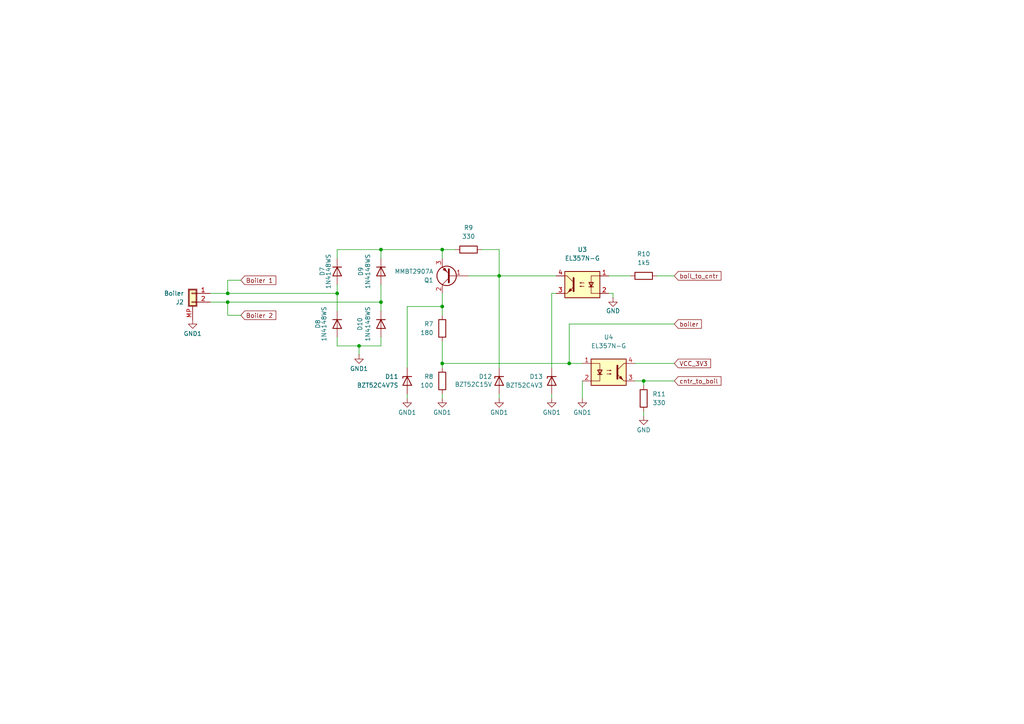
<source format=kicad_sch>
(kicad_sch (version 20231120) (generator "eeschema") (generator_version "8.0")
  (paper "A4")
  (lib_symbols
    (symbol "Connector_Generic_Shielded:Conn_01x02_Shielded" (pin_names (offset 1.016) hide)
      (property "Reference" "J2" (at 2.54 -2.5401 0))
      (property "Value" "Boiler" (at 2.54 -0.0001 0))
      (symbol "Conn_01x02_Shielded_1_1"
        (rectangle (start -1.27 1.27) (end 1.27 -3.81) (stroke (width 0.1524)))
        (rectangle (start -1.016 -2.413) (end 0.254 -2.667) (stroke (width 0.1524)))
        (rectangle (start -1.016 0.127) (end 0.254 -0.127) (stroke (width 0.1524)))
        (rectangle (start -1.016 1.016) (end 1.016 -3.556) (stroke (width 0.254)) (fill (type background)))
        (pin passive line (at -5.08 0 0) (length 4.064) (name "Pin_1") (number "1"))
        (pin passive line (at -5.08 -2.54 0) (length 4.064) (name "Pin_2") (number "2"))
        (pin passive line (at 0 -7.62 90) (length 3.81) (name "Shield") (number "MP"))
      )
    )
    (symbol "D_1" (pin_numbers hide) (pin_names (offset 1.016) hide)
      (property "Reference" "D" (at 0 2.54 0))
      (property "Value" "D" (at 0 -2.54 0))
      (symbol "D_1_0_1"
        (polyline (pts (xy -1.27 1.27) (xy -1.27 -1.27)) (stroke (width 0.254)))
        (polyline (pts (xy 1.27 0) (xy -1.27 0)))
        (polyline (pts (xy 1.27 1.27) (xy 1.27 -1.27) (xy -1.27 0) (xy 1.27 1.27)) (stroke (width 0.254)))
      )
      (symbol "D_1_1_1"
        (pin passive line (at -3.81 0 0) (length 2.54) (name "K") (number "1"))
        (pin passive line (at 3.81 0 180) (length 2.54) (name "A") (number "2"))
      )
    )
    (symbol "D_2" (pin_numbers hide) (pin_names (offset 1.016) hide)
      (property "Reference" "D" (at 0 2.54 0))
      (property "Value" "D" (at 0 -2.54 0))
      (symbol "D_2_0_1"
        (polyline (pts (xy -1.27 1.27) (xy -1.27 -1.27)) (stroke (width 0.254)))
        (polyline (pts (xy 1.27 0) (xy -1.27 0)))
        (polyline (pts (xy 1.27 1.27) (xy 1.27 -1.27) (xy -1.27 0) (xy 1.27 1.27)) (stroke (width 0.254)))
      )
      (symbol "D_2_1_1"
        (pin passive line (at -3.81 0 0) (length 2.54) (name "K") (number "1"))
        (pin passive line (at 3.81 0 180) (length 2.54) (name "A") (number "2"))
      )
    )
    (symbol "D_3" (pin_numbers hide) (pin_names (offset 1.016) hide)
      (property "Reference" "D" (at 0 2.54 0))
      (property "Value" "D" (at 0 -2.54 0))
      (symbol "D_3_0_1"
        (polyline (pts (xy -1.27 1.27) (xy -1.27 -1.27)) (stroke (width 0.254)))
        (polyline (pts (xy 1.27 0) (xy -1.27 0)))
        (polyline (pts (xy 1.27 1.27) (xy 1.27 -1.27) (xy -1.27 0) (xy 1.27 1.27)) (stroke (width 0.254)))
      )
      (symbol "D_3_1_1"
        (pin passive line (at -3.81 0 0) (length 2.54) (name "K") (number "1"))
        (pin passive line (at 3.81 0 180) (length 2.54) (name "A") (number "2"))
      )
    )
    (symbol "D_Zener_1" (pin_numbers hide) (pin_names (offset 1.016) hide)
      (property "Reference" "D" (at 0 2.54 0))
      (property "Value" "D_Zener" (at 0 -2.54 0))
      (symbol "D_Zener_1_0_1"
        (polyline (pts (xy 1.27 0) (xy -1.27 0)))
        (polyline (pts (xy -1.27 -1.27) (xy -1.27 1.27) (xy -0.762 1.27)) (stroke (width 0.254)))
        (polyline (pts (xy 1.27 -1.27) (xy 1.27 1.27) (xy -1.27 0) (xy 1.27 -1.27)) (stroke (width 0.254)))
      )
      (symbol "D_Zener_1_1_1"
        (pin passive line (at -3.81 0 0) (length 2.54) (name "K") (number "1"))
        (pin passive line (at 3.81 0 180) (length 2.54) (name "A") (number "2"))
      )
    )
    (symbol "D_Zener_2" (pin_numbers hide) (pin_names (offset 1.016) hide)
      (property "Reference" "D" (at 0 2.54 0))
      (property "Value" "D_Zener" (at 0 -2.54 0))
      (symbol "D_Zener_2_0_1"
        (polyline (pts (xy 1.27 0) (xy -1.27 0)))
        (polyline (pts (xy -1.27 -1.27) (xy -1.27 1.27) (xy -0.762 1.27)) (stroke (width 0.254)))
        (polyline (pts (xy 1.27 -1.27) (xy 1.27 1.27) (xy -1.27 0) (xy 1.27 -1.27)) (stroke (width 0.254)))
      )
      (symbol "D_Zener_2_1_1"
        (pin passive line (at -3.81 0 0) (length 2.54) (name "K") (number "1"))
        (pin passive line (at 3.81 0 180) (length 2.54) (name "A") (number "2"))
      )
    )
    (symbol "Device:D_Zener" (pin_numbers hide) (pin_names (offset 1.016) hide)
      (property "Reference" "D" (at 0 2.54 0))
      (property "Value" "D_Zener" (at 0 -2.54 0))
      (symbol "D_Zener_0_1"
        (polyline (pts (xy 1.27 0) (xy -1.27 0)))
        (polyline (pts (xy -1.27 -1.27) (xy -1.27 1.27) (xy -0.762 1.27)) (stroke (width 0.254)))
        (polyline (pts (xy 1.27 -1.27) (xy 1.27 1.27) (xy -1.27 0) (xy 1.27 -1.27)) (stroke (width 0.254)))
      )
      (symbol "D_Zener_1_1"
        (pin passive line (at -3.81 0 0) (length 2.54) (name "K") (number "1"))
        (pin passive line (at 3.81 0 180) (length 2.54) (name "A") (number "2"))
      )
    )
    (symbol "Device:Q_PNP_BCE" (pin_names (offset 0) hide)
      (property "Reference" "Q" (at 5.08 1.27 0))
      (property "Value" "Q_PNP_BCE" (at 5.08 -1.27 0))
      (symbol "Q_PNP_BCE_0_1"
        (polyline (pts (xy 0.635 0.635) (xy 2.54 2.54)))
        (polyline (pts (xy 0.635 -0.635) (xy 2.54 -2.54) (xy 2.54 -2.54)))
        (polyline (pts (xy 0.635 1.905) (xy 0.635 -1.905) (xy 0.635 -1.905)) (stroke (width 0.508)))
        (polyline (pts (xy 2.286 -1.778) (xy 1.778 -2.286) (xy 1.27 -1.27) (xy 2.286 -1.778) (xy 2.286 -1.778)) (fill (type outline)))
        (circle (center 1.27 0) (radius 2.8194) (stroke (width 0.254)))
      )
      (symbol "Q_PNP_BCE_1_1"
        (pin input line (at -5.08 0 0) (length 5.715) (name "B") (number "1"))
        (pin passive line (at 2.54 5.08 270) (length 2.54) (name "C") (number "2"))
        (pin passive line (at 2.54 -5.08 90) (length 2.54) (name "E") (number "3"))
      )
    )
    (symbol "Device:R" (pin_numbers hide) (pin_names (offset 0))
      (property "Reference" "R" (at 2.032 0 90))
      (property "Value" "R" (at 0 0 90))
      (symbol "R_0_1"
        (rectangle (start -1.016 -2.54) (end 1.016 2.54) (stroke (width 0.254)))
      )
      (symbol "R_1_1"
        (pin passive line (at 0 3.81 270) (length 1.27) (name "~") (number "1"))
        (pin passive line (at 0 -3.81 90) (length 1.27) (name "~") (number "2"))
      )
    )
    (symbol "Isolator:LTV-357T" (pin_names (offset 1.016))
      (property "Reference" "U" (at -5.334 4.826 0))
      (property "Value" "LTV-357T" (at 0 5.08 0))
      (symbol "LTV-357T_0_1"
        (rectangle (start -5.08 3.81) (end 5.08 -3.81) (stroke (width 0.254)) (fill (type background)))
        (polyline (pts (xy -3.175 -0.635) (xy -1.905 -0.635)) (stroke (width 0.254)))
        (polyline (pts (xy 2.54 0.635) (xy 4.445 2.54)))
        (polyline (pts (xy 4.445 -2.54) (xy 2.54 -0.635)) (fill (type outline)))
        (polyline (pts (xy 4.445 -2.54) (xy 5.08 -2.54)))
        (polyline (pts (xy 4.445 2.54) (xy 5.08 2.54)))
        (polyline (pts (xy -5.08 2.54) (xy -2.54 2.54) (xy -2.54 -0.762)))
        (polyline (pts (xy -2.54 -0.635) (xy -2.54 -2.54) (xy -5.08 -2.54)))
        (polyline (pts (xy 2.54 1.905) (xy 2.54 -1.905) (xy 2.54 -1.905)) (stroke (width 0.508)))
        (polyline (pts (xy -2.54 -0.635) (xy -3.175 0.635) (xy -1.905 0.635) (xy -2.54 -0.635)) (stroke (width 0.254)))
        (polyline (pts (xy -0.508 -0.508) (xy 0.762 -0.508) (xy 0.381 -0.635) (xy 0.381 -0.381) (xy 0.762 -0.508)))
        (polyline (pts (xy -0.508 0.508) (xy 0.762 0.508) (xy 0.381 0.381) (xy 0.381 0.635) (xy 0.762 0.508)))
        (polyline (pts (xy 3.048 -1.651) (xy 3.556 -1.143) (xy 4.064 -2.159) (xy 3.048 -1.651) (xy 3.048 -1.651)) (fill (type outline)))
      )
      (symbol "LTV-357T_1_1"
        (pin passive line (at -7.62 2.54 0) (length 2.54) (name "~") (number "1"))
        (pin passive line (at -7.62 -2.54 0) (length 2.54) (name "~") (number "2"))
        (pin passive line (at 7.62 -2.54 180) (length 2.54) (name "~") (number "3"))
        (pin passive line (at 7.62 2.54 180) (length 2.54) (name "~") (number "4"))
      )
    )
    (symbol "LTV-357T_1" (pin_names (offset 1.016))
      (property "Reference" "U3" (at 0 10.16 0))
      (property "Value" "EL357N-G" (at 0 7.62 0))
      (symbol "LTV-357T_1_0_1"
        (rectangle (start -5.08 3.81) (end 5.08 -3.81) (stroke (width 0.254)) (fill (type background)))
        (polyline (pts (xy -3.175 -0.635) (xy -1.905 -0.635)) (stroke (width 0.254)))
        (polyline (pts (xy 2.54 0.635) (xy 4.445 2.54)))
        (polyline (pts (xy 4.445 -2.54) (xy 2.54 -0.635)) (fill (type outline)))
        (polyline (pts (xy 4.445 -2.54) (xy 5.08 -2.54)))
        (polyline (pts (xy 4.445 2.54) (xy 5.08 2.54)))
        (polyline (pts (xy -5.08 2.54) (xy -2.54 2.54) (xy -2.54 -0.762)))
        (polyline (pts (xy -2.54 -0.635) (xy -2.54 -2.54) (xy -5.08 -2.54)))
        (polyline (pts (xy 2.54 1.905) (xy 2.54 -1.905) (xy 2.54 -1.905)) (stroke (width 0.508)))
        (polyline (pts (xy -2.54 -0.635) (xy -3.175 0.635) (xy -1.905 0.635) (xy -2.54 -0.635)) (stroke (width 0.254)))
        (polyline (pts (xy -0.508 -0.508) (xy 0.762 -0.508) (xy 0.381 -0.635) (xy 0.381 -0.381) (xy 0.762 -0.508)))
        (polyline (pts (xy -0.508 0.508) (xy 0.762 0.508) (xy 0.381 0.381) (xy 0.381 0.635) (xy 0.762 0.508)))
        (polyline (pts (xy 3.048 -1.651) (xy 3.556 -1.143) (xy 4.064 -2.159) (xy 3.048 -1.651) (xy 3.048 -1.651)) (fill (type outline)))
      )
      (symbol "LTV-357T_1_1_1"
        (pin passive line (at -7.62 2.54 0) (length 2.54) (name "~") (number "1"))
        (pin passive line (at -7.62 -2.54 0) (length 2.54) (name "~") (number "2"))
        (pin passive line (at 7.62 -2.54 180) (length 2.54) (name "~") (number "3"))
        (pin passive line (at 7.62 2.54 180) (length 2.54) (name "~") (number "4"))
      )
    )
    (symbol "Simulation_SPICE:D" (pin_numbers hide) (pin_names (offset 1.016) hide)
      (property "Reference" "D" (at 0 2.54 0))
      (property "Value" "D" (at 0 -2.54 0))
      (symbol "D_0_1"
        (polyline (pts (xy -1.27 1.27) (xy -1.27 -1.27)) (stroke (width 0.254)))
        (polyline (pts (xy 1.27 0) (xy -1.27 0)))
        (polyline (pts (xy 1.27 1.27) (xy 1.27 -1.27) (xy -1.27 0) (xy 1.27 1.27)) (stroke (width 0.254)))
      )
      (symbol "D_1_1"
        (pin passive line (at -3.81 0 0) (length 2.54) (name "K") (number "1"))
        (pin passive line (at 3.81 0 180) (length 2.54) (name "A") (number "2"))
      )
    )
    (symbol "power:GND" (power) (pin_numbers hide) (pin_names (offset 0) hide)
      (property "Value" "GND" (at 0 -3.81 0))
      (symbol "GND_0_1"
        (polyline (pts (xy 0 0) (xy 0 -1.27) (xy 1.27 -1.27) (xy 0 -2.54) (xy -1.27 -1.27) (xy 0 -1.27)))
      )
      (symbol "GND_1_1"
        (pin power_in line (at 0 0 270) (length 0) (name "~") (number "1"))
      )
    )
    (symbol "power:GND1" (power) (pin_numbers hide) (pin_names (offset 0) hide)
      (property "Value" "GND1" (at 0 -3.81 0))
      (symbol "GND1_0_1"
        (polyline (pts (xy 0 0) (xy 0 -1.27) (xy 1.27 -1.27) (xy 0 -2.54) (xy -1.27 -1.27) (xy 0 -1.27)))
      )
      (symbol "GND1_1_1"
        (pin power_in line (at 0 0 270) (length 0) (name "~") (number "1"))
      )
    )
  )
  (junction (at 128.27 72.39))
  (junction (at 186.69 110.49))
  (junction (at 66.04 85.09))
  (junction (at 104.14 100.33))
  (junction (at 66.04 87.63))
  (junction (at 128.27 105.41))
  (junction (at 128.27 88.9))
  (junction (at 97.79 85.09))
  (junction (at 144.78 80.01))
  (junction (at 110.49 87.63))
  (junction (at 110.49 72.39))
  (junction (at 165.1 105.41))
  (wire (pts (xy 144.78 114.3) (xy 144.78 115.57)))
  (wire (pts (xy 118.11 114.3) (xy 118.11 115.57)))
  (wire (pts (xy 97.79 74.93) (xy 97.79 72.39)))
  (wire (pts (xy 177.8 85.09) (xy 177.8 86.36)))
  (wire (pts (xy 69.85 81.28) (xy 66.04 81.28)))
  (wire (pts (xy 128.27 99.06) (xy 128.27 105.41)))
  (wire (pts (xy 60.96 85.09) (xy 66.04 85.09)))
  (wire (pts (xy 66.04 85.09) (xy 97.79 85.09)))
  (wire (pts (xy 165.1 93.98) (xy 165.1 105.41)))
  (wire (pts (xy 110.49 72.39) (xy 110.49 74.93)))
  (wire (pts (xy 144.78 80.01) (xy 161.29 80.01)))
  (wire (pts (xy 128.27 85.09) (xy 128.27 88.9)))
  (wire (pts (xy 97.79 82.55) (xy 97.79 85.09)))
  (wire (pts (xy 168.91 110.49) (xy 168.91 115.57)))
  (wire (pts (xy 97.79 85.09) (xy 97.79 90.17)))
  (wire (pts (xy 184.15 105.41) (xy 195.58 105.41)))
  (wire (pts (xy 104.14 100.33) (xy 97.79 100.33)))
  (wire (pts (xy 118.11 88.9) (xy 118.11 106.68)))
  (wire (pts (xy 128.27 88.9) (xy 128.27 91.44)))
  (wire (pts (xy 160.02 114.3) (xy 160.02 115.57)))
  (wire (pts (xy 66.04 81.28) (xy 66.04 85.09)))
  (wire (pts (xy 66.04 91.44) (xy 66.04 87.63)))
  (wire (pts (xy 186.69 110.49) (xy 186.69 111.76)))
  (wire (pts (xy 110.49 97.79) (xy 110.49 100.33)))
  (wire (pts (xy 144.78 80.01) (xy 144.78 106.68)))
  (wire (pts (xy 176.53 80.01) (xy 182.88 80.01)))
  (wire (pts (xy 128.27 72.39) (xy 128.27 74.93)))
  (wire (pts (xy 184.15 110.49) (xy 186.69 110.49)))
  (wire (pts (xy 195.58 93.98) (xy 165.1 93.98)))
  (wire (pts (xy 186.69 119.38) (xy 186.69 120.65)))
  (wire (pts (xy 104.14 100.33) (xy 104.14 102.87)))
  (wire (pts (xy 160.02 85.09) (xy 161.29 85.09)))
  (wire (pts (xy 190.5 80.01) (xy 195.58 80.01)))
  (wire (pts (xy 60.96 87.63) (xy 66.04 87.63)))
  (wire (pts (xy 186.69 110.49) (xy 195.58 110.49)))
  (wire (pts (xy 128.27 88.9) (xy 118.11 88.9)))
  (wire (pts (xy 165.1 105.41) (xy 168.91 105.41)))
  (wire (pts (xy 160.02 85.09) (xy 160.02 106.68)))
  (wire (pts (xy 97.79 72.39) (xy 110.49 72.39)))
  (wire (pts (xy 144.78 80.01) (xy 144.78 72.39)))
  (wire (pts (xy 110.49 82.55) (xy 110.49 87.63)))
  (wire (pts (xy 176.53 85.09) (xy 177.8 85.09)))
  (wire (pts (xy 128.27 114.3) (xy 128.27 115.57)))
  (wire (pts (xy 110.49 72.39) (xy 128.27 72.39)))
  (wire (pts (xy 128.27 105.41) (xy 128.27 106.68)))
  (wire (pts (xy 69.85 91.44) (xy 66.04 91.44)))
  (wire (pts (xy 66.04 87.63) (xy 110.49 87.63)))
  (wire (pts (xy 135.89 80.01) (xy 144.78 80.01)))
  (wire (pts (xy 110.49 100.33) (xy 104.14 100.33)))
  (wire (pts (xy 128.27 105.41) (xy 165.1 105.41)))
  (wire (pts (xy 132.08 72.39) (xy 128.27 72.39)))
  (wire (pts (xy 97.79 100.33) (xy 97.79 97.79)))
  (wire (pts (xy 110.49 87.63) (xy 110.49 90.17)))
  (wire (pts (xy 139.7 72.39) (xy 144.78 72.39)))
  (global_label "cntr_to_boil" (shape input) (at 195.58 110.49 0) (property "Intersheetrefs" "${INTERSHEET_REFS}" (effects (hide yes))))
  (global_label "Boiler 2" (shape input) (at 69.85 91.44 0) (property "Intersheetrefs" "${INTERSHEET_REFS}" (effects (hide yes))))
  (global_label "Boiler 1" (shape input) (at 69.85 81.28 0) (property "Intersheetrefs" "${INTERSHEET_REFS}" (effects (hide yes))))
  (global_label "boil_to_cntr" (shape input) (at 195.58 80.01 0) (property "Intersheetrefs" "${INTERSHEET_REFS}" (effects (hide yes))))
  (global_label "VCC_3V3" (shape input) (at 195.58 105.41 0) (property "Intersheetrefs" "${INTERSHEET_REFS}" (effects (hide yes))))
  (global_label "boiler" (shape input) (at 195.58 93.98 0) (property "Intersheetrefs" "${INTERSHEET_REFS}" (effects (hide yes))))
  (symbol (lib_id "power:GND1") (at 144.78 115.57 0) (unit 1)
    (property "Reference" "#PWR022" (effects (hide yes)))
    (property "Value" "GND1" (at 144.78 119.634 0))
    (property "Description" "Power symbol creates a global label with name \"GND1\" , ground" (effects (hide yes)))
  )
  (symbol (lib_name "D_Zener_2") (lib_id "Device:D_Zener") (at 144.78 110.49 90) (mirror x) (unit 1)
    (property "Reference" "D12" (at 142.748 109.22 90) (effects (justify left)))
    (property "Value" "BZT52C15V" (at 142.748 111.506 90) (effects (justify left)))
    (property "Footprint" "Diode_SMD:D_SOD-123" (effects (hide yes)))
    (property "Datasheet" "https://wmsc.lcsc.com/wmsc/upload/file/pdf/v2/lcsc/2308231545_DOWO-BZT52C15V_C5299435.pdf" (effects (hide yes)))
    (property "Description" "Independent Type 13.8V~15.6V 500mW 15V SOD-123  Zener Diodes ROHS" (effects (hide yes)))
    (property "Sim.Device" "D" (effects (hide yes)))
    (property "Sim.Pins" "1=K 2=A" (effects (hide yes)))
    (property "Sim.Params" "bv=15" (effects (hide yes)))
    (property "LCSC Part # " "C5299435" (effects (hide yes)))
  )
  (symbol (lib_id "Device:R") (at 128.27 110.49 0) (mirror y) (unit 1)
    (property "Reference" "R8" (at 125.73 109.2199 0) (effects (justify left)))
    (property "Value" "100" (at 125.73 111.7599 0) (effects (justify left)))
    (property "Footprint" "Resistor_SMD:R_0805_2012Metric" (effects (hide yes)))
    (property "Description" "125mW Thick Film Resistors 150V ±100ppm/℃ ±1% 100Ω 0805 Chip Resistor - Surface Mount ROHS" (effects (hide yes)))
    (property "LCSC Part # " "C17408" (effects (hide yes)))
  )
  (symbol (lib_id "power:GND1") (at 55.88 92.71 0) (unit 1)
    (property "Reference" "#PWR035" (effects (hide yes)))
    (property "Value" "GND1" (at 55.88 96.774 0))
    (property "Description" "Power symbol creates a global label with name \"GND1\" , ground" (effects (hide yes)))
  )
  (symbol (lib_id "Isolator:LTV-357T") (at 176.53 107.95 0) (unit 1)
    (property "Reference" "U4" (at 176.53 97.79 0))
    (property "Value" "EL357N-G" (at 176.53 100.33 0))
    (property "Footprint" "Package_SO:SO-4_4.4x3.6mm_P2.54mm" (effects (hide yes)))
    (property "Datasheet" "https://www.buerklin.com/medias/sys_master/download/download/h91/ha0/8892020588574.pdf" (effects (hide yes)))
    (property "Description" "DC Optocoupler, Vce 35V, CTR 50%, SO-4" (effects (hide yes)))
    (property "LCSC Part # " "C29981" (effects (hide yes)))
  )
  (symbol (lib_name "D_1") (lib_id "Simulation_SPICE:D") (at 97.79 78.74 270) (unit 1)
    (property "Reference" "D7" (at 93.472 78.74 0))
    (property "Value" "1N4148WS" (at 95.25 78.74 0))
    (property "Footprint" "Diode_SMD:D_SOD-323" (effects (hide yes)))
    (property "Datasheet" "https://www.lcsc.com/datasheet/lcsc_datasheet_1810101110_Jiangsu-Changjing-Electronics-Technology-Co---Ltd--1N4148WS_C2128.pdf" (effects (hide yes)))
    (property "Description" "100V Independent Type 1.25V@150mA 4ns 150mA SOD-323 Switching Diodes ROHS" (effects (hide yes)))
    (property "Sim.Device" "D" (effects (hide yes)))
    (property "Sim.Pins" "1=K 2=A" (effects (hide yes)))
    (property "Sim.Params" "m=0.33 is=1e-14 rs=0.5 n=1.06 tt=5n cjo=1e-12 vj=0.75 fc=0.5" (effects (hide yes)))
    (property "LCSC Part # " "C2128" (effects (hide yes)))
  )
  (symbol (lib_id "power:GND1") (at 128.27 115.57 0) (unit 1)
    (property "Reference" "#PWR021" (effects (hide yes)))
    (property "Value" "GND1" (at 128.27 119.634 0))
    (property "Description" "Power symbol creates a global label with name \"GND1\" , ground" (effects (hide yes)))
  )
  (symbol (lib_name "LTV-357T_1") (lib_id "Isolator:LTV-357T") (at 168.91 82.55 0) (mirror y) (unit 1)
    (property "Reference" "U3" (at 168.91 72.39 0))
    (property "Value" "EL357N-G" (at 168.91 74.93 0))
    (property "Footprint" "Package_SO:SO-4_4.4x3.6mm_P2.54mm" (effects (hide yes)))
    (property "Datasheet" "https://www.lcsc.com/datasheet/lcsc_datasheet_1810271030_Everlight-Elec-EL357N-C-TA-G_C29981.pdf" (effects (hide yes)))
    (property "Description" "80V 3.75kV 50mA 100mV@1mA,20mA 1 6V 1.2V DC SOP-4-2.54mm Transistor, Photovoltaic Output Optoisolators ROHS" (effects (hide yes)))
    (property "LCSC Part # " "C29981" (effects (hide yes)))
  )
  (symbol (lib_id "Device:Q_PNP_BCE") (at 130.81 80.01 180) (unit 1)
    (property "Reference" "Q1" (at 125.73 81.2801 0) (effects (justify left)))
    (property "Value" "MMBT2907A" (at 125.73 78.7401 0) (effects (justify left)))
    (property "Footprint" "Package_TO_SOT_SMD:SOT-23" (effects (hide yes)))
    (property "Datasheet" "https://www.lcsc.com/datasheet/lcsc_datasheet_2306301522_JSMSEMI-MMBT2907A_C916373.pdf" (effects (hide yes)))
    (property "Description" "PNP transistor, base/collector/emitter" (effects (hide yes)))
    (property "Sim.Device" "PNP" (effects (hide yes)))
    (property "Sim.Type" "GUMMELPOON" (effects (hide yes)))
    (property "Sim.Pins" "1=B 2=C 3=E" (effects (hide yes)))
    (property "Sim.Params" "is=1.7E-14 bf=240 nf=1 vaf=100 ikf=0.2 ise=1E-13 ne=2 br=7 nr=1 var=10 ikr=0.03 isc=1E-13 nc=2 rb=10 re=0.5 rc=1 cje=13.5p vje=0.6 mje=0.33 tf=0.35n cjc=6.5p vjc=0.5 mjc=0.4 tr=30n xtb=1.5 eg=1.11 kf=0 af=1" (effects (hide yes)))
    (property "LCSC Part # " "C916373" (effects (hide yes)))
  )
  (symbol (lib_name "D_3") (lib_id "Simulation_SPICE:D") (at 97.79 93.98 270) (unit 1)
    (property "Reference" "D8" (at 92.202 93.98 0))
    (property "Value" "1N4148WS" (at 93.98 93.98 0))
    (property "Footprint" "Diode_SMD:D_SOD-323" (effects (hide yes)))
    (property "Datasheet" "https://www.lcsc.com/datasheet/lcsc_datasheet_1810101110_Jiangsu-Changjing-Electronics-Technology-Co---Ltd--1N4148WS_C2128.pdf" (effects (hide yes)))
    (property "Description" "100V Independent Type 1.25V@150mA 4ns 150mA SOD-323 Switching Diodes ROHS" (effects (hide yes)))
    (property "Sim.Device" "D" (effects (hide yes)))
    (property "Sim.Pins" "1=K 2=A" (effects (hide yes)))
    (property "Sim.Params" "m=0.33 is=1e-14 rs=0.5 n=1.06 tt=5n cjo=1e-12 vj=0.75 fc=0.5" (effects (hide yes)))
    (property "LCSC Part # " "C2128" (effects (hide yes)))
  )
  (symbol (lib_name "D_2") (lib_id "Simulation_SPICE:D") (at 110.49 78.74 270) (unit 1)
    (property "Reference" "D9" (at 104.648 78.74 0))
    (property "Value" "1N4148WS" (at 106.68 78.74 0))
    (property "Footprint" "Diode_SMD:D_SOD-323" (effects (hide yes)))
    (property "Datasheet" "https://www.lcsc.com/datasheet/lcsc_datasheet_1810101110_Jiangsu-Changjing-Electronics-Technology-Co---Ltd--1N4148WS_C2128.pdf" (effects (hide yes)))
    (property "Description" "100V Independent Type 1.25V@150mA 4ns 150mA SOD-323 Switching Diodes ROHS" (effects (hide yes)))
    (property "Sim.Device" "D" (effects (hide yes)))
    (property "Sim.Pins" "1=K 2=A" (effects (hide yes)))
    (property "Sim.Params" "m=0.33 is=1e-14 rs=0.5 n=1.06 tt=5n cjo=1e-12 vj=0.75 fc=0.5" (effects (hide yes)))
    (property "LCSC Part # " "C2128" (effects (hide yes)))
  )
  (symbol (lib_id "Device:R") (at 186.69 80.01 270) (unit 1)
    (property "Reference" "R10" (at 186.69 73.66 90))
    (property "Value" "1k5" (at 186.69 76.2 90))
    (property "Footprint" "Diode_SMD:D_0805_2012Metric" (effects (hide yes)))
    (property "Description" "125mW Thick Film Resistors 150V ±100ppm/℃ ±1% 1.5kΩ 0805 Chip Resistor - Surface Mount ROHS" (effects (hide yes)))
    (property "LCSC Part # " "C4310" (effects (hide yes)))
  )
  (symbol (lib_id "power:GND") (at 177.8 86.36 0) (unit 1)
    (property "Reference" "#PWR025" (effects (hide yes)))
    (property "Value" "GND" (at 177.8 90.17 0))
    (property "Description" "Power symbol creates a global label with name \"GND\" , ground" (effects (hide yes)))
  )
  (symbol (lib_id "Device:R") (at 128.27 95.25 0) (mirror y) (unit 1)
    (property "Reference" "R7" (at 125.73 93.9799 0) (effects (justify left)))
    (property "Value" "180" (at 125.73 96.5199 0) (effects (justify left)))
    (property "Footprint" "Resistor_SMD:R_0805_2012Metric" (effects (hide yes)))
    (property "Description" "125mW Thick Film Resistors 150V ±100ppm/℃ ±1% 180Ω 0805 Chip Resistor - Surface Mount ROHS" (effects (hide yes)))
    (property "LCSC Part # " "C25270" (effects (hide yes)))
  )
  (symbol (lib_id "Simulation_SPICE:D") (at 110.49 93.98 270) (unit 1)
    (property "Reference" "D10" (at 104.394 93.98 0))
    (property "Value" "1N4148WS" (at 106.68 93.98 0))
    (property "Footprint" "Diode_SMD:D_SOD-323" (effects (hide yes)))
    (property "Datasheet" "https://www.lcsc.com/datasheet/lcsc_datasheet_1810101110_Jiangsu-Changjing-Electronics-Technology-Co---Ltd--1N4148WS_C2128.pdf" (effects (hide yes)))
    (property "Description" "100V Independent Type 1.25V@150mA 4ns 150mA SOD-323 Switching Diodes ROHS" (effects (hide yes)))
    (property "Sim.Device" "D" (effects (hide yes)))
    (property "Sim.Pins" "1=K 2=A" (effects (hide yes)))
    (property "Sim.Params" "m=0.33 is=1e-14 rs=0.5 n=1.06 tt=5n cjo=1e-12 vj=0.75 fc=0.5" (effects (hide yes)))
    (property "LCSC Part # " "C2128" (effects (hide yes)))
  )
  (symbol (lib_id "power:GND1") (at 160.02 115.57 0) (unit 1)
    (property "Reference" "#PWR023" (effects (hide yes)))
    (property "Value" "GND1" (at 160.02 119.634 0))
    (property "Description" "Power symbol creates a global label with name \"GND1\" , ground" (effects (hide yes)))
  )
  (symbol (lib_name "D_Zener_1") (lib_id "Device:D_Zener") (at 160.02 110.49 90) (mirror x) (unit 1)
    (property "Reference" "D13" (at 157.48 109.2199 90) (effects (justify left)))
    (property "Value" "BZT52C4V3" (at 157.48 111.7599 90) (effects (justify left)))
    (property "Footprint" "Diode_SMD:D_SOD-123" (effects (hide yes)))
    (property "Datasheet" "https://www.lcsc.com/datasheet/lcsc_datasheet_2304140030_TWGMC-BZT52C4V3_C726993.pdf" (effects (hide yes)))
    (property "Description" "500mW 4.3V SOD-123 Zener Diodes ROHS" (effects (hide yes)))
    (property "Sim.Device" "D" (effects (hide yes)))
    (property "Sim.Pins" "1=K 2=A" (effects (hide yes)))
    (property "Sim.Params" "bv=4.3" (effects (hide yes)))
    (property "LCSC Part # " "C726993" (effects (hide yes)))
  )
  (symbol (lib_id "power:GND1") (at 104.14 102.87 0) (unit 1)
    (property "Reference" "#PWR019" (effects (hide yes)))
    (property "Value" "GND1" (at 104.14 106.934 0))
    (property "Description" "Power symbol creates a global label with name \"GND1\" , ground" (effects (hide yes)))
  )
  (symbol (lib_id "Device:R") (at 135.89 72.39 270) (unit 1)
    (property "Reference" "R9" (at 135.89 66.04 90))
    (property "Value" "330" (at 135.89 68.58 90))
    (property "Footprint" "Resistor_SMD:R_0805_2012Metric" (effects (hide yes)))
    (property "Description" "125mW Thick Film Resistors 150V ±100ppm/℃ ±1% 330Ω 0805 Chip Resistor - Surface Mount ROHS" (effects (hide yes)))
    (property "LCSC Part # " "C17630" (effects (hide yes)))
  )
  (symbol (lib_id "Device:R") (at 186.69 115.57 0) (unit 1)
    (property "Reference" "R11" (at 189.23 114.2999 0) (effects (justify left)))
    (property "Value" "330" (at 189.23 116.8399 0) (effects (justify left)))
    (property "Footprint" "Resistor_SMD:R_0805_2012Metric" (effects (hide yes)))
    (property "Description" "125mW Thick Film Resistors 150V ±100ppm/℃ ±1% 330Ω 0805 Chip Resistor - Surface Mount ROHS" (effects (hide yes)))
    (property "LCSC Part # " "C17630" (effects (hide yes)))
  )
  (symbol (lib_id "power:GND") (at 186.69 120.65 0) (unit 1)
    (property "Reference" "#PWR026" (effects (hide yes)))
    (property "Value" "GND" (at 186.69 124.714 0))
    (property "Description" "Power symbol creates a global label with name \"GND\" , ground" (effects (hide yes)))
  )
  (symbol (lib_id "power:GND1") (at 118.11 115.57 0) (unit 1)
    (property "Reference" "#PWR020" (effects (hide yes)))
    (property "Value" "GND1" (at 118.11 119.634 0))
    (property "Description" "Power symbol creates a global label with name \"GND1\" , ground" (effects (hide yes)))
  )
  (symbol (lib_id "Device:D_Zener") (at 118.11 110.49 90) (mirror x) (unit 1)
    (property "Reference" "D11" (at 115.57 109.2199 90) (effects (justify left)))
    (property "Value" "BZT52C4V7S" (at 115.57 111.7599 90) (effects (justify left)))
    (property "Footprint" "Diode_SMD:D_SOD-323" (effects (hide yes)))
    (property "Datasheet" "https://wmsc.lcsc.com/wmsc/upload/file/pdf/v2/lcsc/2210111800_Guangdong-Hottech-BZT52C4V7S_C5190168.pdf" (effects (hide yes)))
    (property "Description" "500mW 4.7V SOD-323 Zener Diodes ROHS" (effects (hide yes)))
    (property "Sim.Device" "D" (effects (hide yes)))
    (property "Sim.Pins" "1=K 2=A" (effects (hide yes)))
    (property "Sim.Params" "m=0.33 is=5.0e-10 rs=0.5 n=1.05 tt=1n cjo=50p vj=0.75 fc=0.5 bv=4.7 ibv=5m" (effects (hide yes)))
    (property "LCSC Part # " "C5190168" (effects (hide yes)))
  )
  (symbol (lib_id "Connector_Generic_Shielded:Conn_01x02_Shielded") (at 55.88 85.09 0) (mirror y) (unit 1)
    (property "Reference" "J2" (at 53.34 87.6301 0) (effects (justify left)))
    (property "Value" "Boiler" (at 53.34 85.0901 0) (effects (justify left)))
    (property "Footprint" "Connector_JST:JST_SH_SM02B-SRSS-TB_1x02-1MP_P1.00mm_Horizontal" (effects (hide yes)))
    (property "Description" "Generic shielded connector, single row, 01x02, script generated (kicad-library-utils/schlib/autogen/connector/)" (effects (hide yes)))
    (property "LCSC Part # " "C160402" (effects (hide yes)))
  )
  (symbol (lib_id "power:GND1") (at 168.91 115.57 0) (unit 1)
    (property "Reference" "#PWR024" (effects (hide yes)))
    (property "Value" "GND1" (at 168.91 119.634 0))
    (property "Description" "Power symbol creates a global label with name \"GND1\" , ground" (effects (hide yes)))
  )
)
</source>
